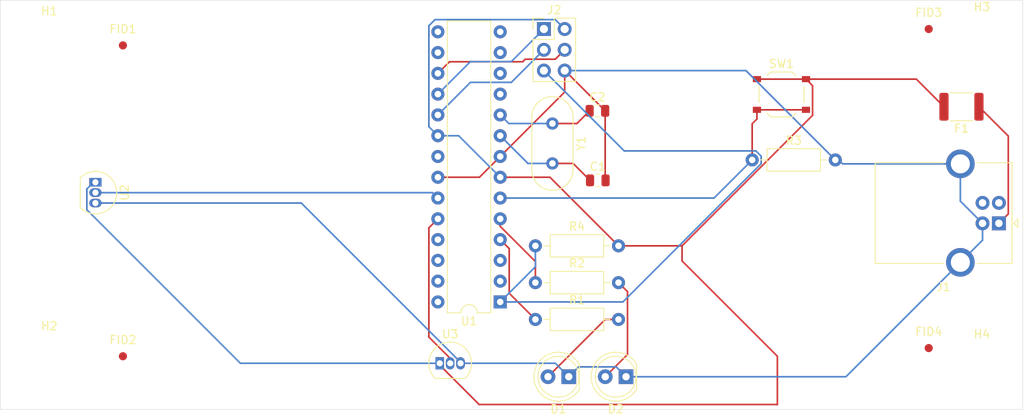
<source format=kicad_pcb>
(kicad_pcb (version 20240108) (generator "pcbnew") (generator_version "8.0")
  (layers (0 "F.Cu" signal) (31 "B.Cu" signal) (34 "B.Paste" user) (35 "F.Paste" user) (36 "B.SilkS" user "B.Silkscreen") (37 "F.SilkS" user "F.Silkscreen") (38 "B.Mask" user) (39 "F.Mask" user) (44 "Edge.Cuts" user))
  (net 0 "")
  (net 1 "Net-(U1-XTAL1{slash}PB6)")
  (net 2 "GND")
  (net 3 "Net-(U1-XTAL2{slash}PB7)")
  (net 4 "Net-(D1-A)")
  (net 5 "Net-(D2-A)")
  (net 6 "Net-(J1-VBUS)")
  (net 7 "VCC")
  (net 10 "Net-(J2-Pin_4)")
  (net 11 "Net-(J2-Pin_3)")
  (net 12 "Net-(J2-Pin_1)")
  (net 13 "/RESET")
  (net 14 "Net-(U1-PD2)")
  (net 15 "Net-(U1-PD3)")
  (net 16 "/PUSH")
  (net 19 "/TMP2")
  (net 26 "/TMP1")
  (footprint "Package_DIP:DIP-28_W7.62mm" (layer "F.Cu") (at 128.62 112.36 180)
    (property "Reference" "U1" (at 3.81 -2.33 360) (layer "F.SilkS"))
    (property "Value" "ATmega328P-P")
    (fp_line (start 6.46 34.35) (end 6.46 -1.33) (stroke (width 0.12)) (layer "F.SilkS"))
    (fp_line (start 6.46 -1.33) (end 4.81 -1.33) (stroke (width 0.12)) (layer "F.SilkS"))
    (fp_line (start 2.81 -1.33) (end 1.16 -1.33) (stroke (width 0.12)) (layer "F.SilkS"))
    (fp_line (start 1.16 34.35) (end 6.46 34.35) (stroke (width 0.12)) (layer "F.SilkS"))
    (fp_line (start 1.16 -1.33) (end 1.16 34.35) (stroke (width 0.12)) (layer "F.SilkS"))
    (fp_arc (start 4.81 -1.33) (mid 3.81 -0.33) (end 2.81 -1.33) (stroke (width 0.12)) (layer "F.SilkS"))
    (pad "1" thru_hole rect (at 0 0 180) (size 1.6 1.6) (drill 0.8) (layers "*.Cu" "*.Mask") (net 13 "/RESET"))
    (pad "2" thru_hole oval (at 0 2.54 180) (size 1.6 1.6) (drill 0.8) (layers "*.Cu" "*.Mask"))
    (pad "3" thru_hole oval (at 0 5.08 180) (size 1.6 1.6) (drill 0.8) (layers "*.Cu" "*.Mask"))
    (pad "4" thru_hole oval (at 0 7.62 180) (size 1.6 1.6) (drill 0.8) (layers "*.Cu" "*.Mask") (net 14 "Net-(U1-PD2)"))
    (pad "5" thru_hole oval (at 0 10.16 180) (size 1.6 1.6) (drill 0.8) (layers "*.Cu" "*.Mask") (net 15 "Net-(U1-PD3)"))
    (pad "6" thru_hole oval (at 0 12.7 180) (size 1.6 1.6) (drill 0.8) (layers "*.Cu" "*.Mask") (net 16 "/PUSH"))
    (pad "7" thru_hole oval (at 0 15.24 180) (size 1.6 1.6) (drill 0.8) (layers "*.Cu" "*.Mask") (net 7 "VCC"))
    (pad "8" thru_hole oval (at 0 17.78 180) (size 1.6 1.6) (drill 0.8) (layers "*.Cu" "*.Mask") (net 2 "GND"))
    (pad "9" thru_hole oval (at 0 20.32 180) (size 1.6 1.6) (drill 0.8) (layers "*.Cu" "*.Mask") (net 1 "Net-(U1-XTAL1{slash}PB6)"))
    (pad "10" thru_hole oval (at 0 22.86 180) (size 1.6 1.6) (drill 0.8) (layers "*.Cu" "*.Mask") (net 3 "Net-(U1-XTAL2{slash}PB7)"))
    (pad "11" thru_hole oval (at 0 25.4 180) (size 1.6 1.6) (drill 0.8) (layers "*.Cu" "*.Mask"))
    (pad "12" thru_hole oval (at 0 27.94 180) (size 1.6 1.6) (drill 0.8) (layers "*.Cu" "*.Mask"))
    (pad "13" thru_hole oval (at 0 30.48 180) (size 1.6 1.6) (drill 0.8) (layers "*.Cu" "*.Mask"))
    (pad "14" thru_hole oval (at 0 33.02 180) (size 1.6 1.6) (drill 0.8) (layers "*.Cu" "*.Mask"))
    (pad "15" thru_hole oval (at 7.62 33.02 180) (size 1.6 1.6) (drill 0.8) (layers "*.Cu" "*.Mask"))
    (pad "16" thru_hole oval (at 7.62 30.48 180) (size 1.6 1.6) (drill 0.8) (layers "*.Cu" "*.Mask"))
    (pad "17" thru_hole oval (at 7.62 27.94 180) (size 1.6 1.6) (drill 0.8) (layers "*.Cu" "*.Mask") (net 10 "Net-(J2-Pin_4)"))
    (pad "18" thru_hole oval (at 7.62 25.4 180) (size 1.6 1.6) (drill 0.8) (layers "*.Cu" "*.Mask") (net 12 "Net-(J2-Pin_1)"))
    (pad "19" thru_hole oval (at 7.62 22.86 180) (size 1.6 1.6) (drill 0.8) (layers "*.Cu" "*.Mask") (net 11 "Net-(J2-Pin_3)"))
    (pad "20" thru_hole oval (at 7.62 20.32 180) (size 1.6 1.6) (drill 0.8) (layers "*.Cu" "*.Mask") (net 7 "VCC"))
    (pad "21" thru_hole oval (at 7.62 17.78 180) (size 1.6 1.6) (drill 0.8) (layers "*.Cu" "*.Mask"))
    (pad "22" thru_hole oval (at 7.62 15.24 180) (size 1.6 1.6) (drill 0.8) (layers "*.Cu" "*.Mask") (net 2 "GND"))
    (pad "23" thru_hole oval (at 7.62 12.7 180) (size 1.6 1.6) (drill 0.8) (layers "*.Cu" "*.Mask") (net 26 "/TMP1"))
    (pad "24" thru_hole oval (at 7.62 10.16 180) (size 1.6 1.6) (drill 0.8) (layers "*.Cu" "*.Mask") (net 19 "/TMP2"))
    (pad "25" thru_hole oval (at 7.62 7.62 180) (size 1.6 1.6) (drill 0.8) (layers "*.Cu" "*.Mask"))
    (pad "26" thru_hole oval (at 7.62 5.08 180) (size 1.6 1.6) (drill 0.8) (layers "*.Cu" "*.Mask"))
    (pad "27" thru_hole oval (at 7.62 2.54 180) (size 1.6 1.6) (drill 0.8) (layers "*.Cu" "*.Mask"))
    (pad "28" thru_hole oval (at 7.62 0 180) (size 1.6 1.6) (drill 0.8) (layers "*.Cu" "*.Mask"))
  )
  (footprint "Package_TO_SOT_THT:TO-92_Inline" (layer "F.Cu") (at 79.14 97.73 -90)
    (property "Reference" "U2" (at 1.27 -3.56 90) (layer "F.SilkS"))
    (property "Value" "TSIC206-TO92")
    (fp_line (start -0.53 1.85) (end 3.07 1.85) (stroke (width 0.12)) (layer "F.SilkS"))
    (fp_arc (start -0.568478 1.838478) (mid -1.132087 -0.994977) (end 1.27 -2.6) (stroke (width 0.12)) (layer "F.SilkS"))
    (fp_arc (start 1.27 -2.6) (mid 3.672087 -0.994977) (end 3.108478 1.838478) (stroke (width 0.12)) (layer "F.SilkS"))
    (pad "1" thru_hole rect (at 0 0 270) (size 1.05 1.5) (drill 0.75) (layers "*.Cu" "*.Mask") (net 7 "VCC"))
    (pad "2" thru_hole oval (at 1.27 0 270) (size 1.05 1.5) (drill 0.75) (layers "*.Cu" "*.Mask") (net 26 "/TMP1"))
    (pad "3" thru_hole oval (at 2.54 0 270) (size 1.05 1.5) (drill 0.75) (layers "*.Cu" "*.Mask") (net 2 "GND"))
  )
  (footprint "Connector_USB:USB_B_OST_USB-B1HSxx_Horizontal" (layer "F.Cu") (at 189.5775 102.75 180)
    (property "Reference" "J1" (at 6.76 -7.77 360) (layer "F.SilkS"))
    (property "Value" "USB_B")
    (fp_line (start 15.12 7.41) (end 6.76 7.41) (stroke (width 0.12)) (layer "F.SilkS"))
    (fp_line (start 15.12 -4.91) (end 15.12 7.41) (stroke (width 0.12)) (layer "F.SilkS"))
    (fp_line (start 6.76 -4.91) (end 15.12 -4.91) (stroke (width 0.12)) (layer "F.SilkS"))
    (fp_line (start 2.66 -4.91) (end -1.6 -4.91) (stroke (width 0.12)) (layer "F.SilkS"))
    (fp_line (start -1.6 7.41) (end 2.66 7.41) (stroke (width 0.12)) (layer "F.SilkS"))
    (fp_line (start -1.6 -4.91) (end -1.6 7.41) (stroke (width 0.12)) (layer "F.SilkS"))
    (fp_line (start -1.82 0) (end -2.32 -0.5) (stroke (width 0.12)) (layer "F.SilkS"))
    (fp_line (start -2.32 0.5) (end -1.82 0) (stroke (width 0.12)) (layer "F.SilkS"))
    (fp_line (start -2.32 -0.5) (end -2.32 0.5) (stroke (width 0.12)) (layer "F.SilkS"))
    (pad "1" thru_hole rect (at 0 0 180) (size 1.7 1.7) (drill 0.92) (layers "*.Cu" "*.Mask") (net 6 "Net-(J1-VBUS)"))
    (pad "2" thru_hole circle (at 0 2.5 180) (size 1.7 1.7) (drill 0.92) (layers "*.Cu" "*.Mask"))
    (pad "3" thru_hole circle (at 2 2.5 180) (size 1.7 1.7) (drill 0.92) (layers "*.Cu" "*.Mask"))
    (pad "4" thru_hole circle (at 2 0 180) (size 1.7 1.7) (drill 0.92) (layers "*.Cu" "*.Mask") (net 2 "GND"))
    (pad "5" thru_hole circle (at 4.71 -4.77 180) (size 3.5 3.5) (drill 2.33) (layers "*.Cu" "*.Mask") (net 2 "GND"))
    (pad "5" thru_hole circle (at 4.71 7.27 180) (size 3.5 3.5) (drill 2.33) (layers "*.Cu" "*.Mask") (net 2 "GND"))
  )
  (footprint "MountingHole:MountingHole_3.2mm_M3" (layer "F.Cu") (at 73.5 81)
    (property "Reference" "H1" (at 0 -4.2 0) (layer "F.SilkS"))
    (property "Value" "MountingHole")
    (pad "" np_thru_hole circle (at 0 0) (size 3.2 3.2) (drill 3.2) (layers "*.Cu" "*.Mask"))
  )
  (footprint "Fiducial:Fiducial_1mm_Mask2mm" (layer "F.Cu") (at 82.5 119)
    (property "Reference" "FID2" (at 0 -2 0) (layer "F.SilkS"))
    (property "Value" "Fiducial")
    (pad "" smd circle (at 0 0) (size 1 1) (layers "F.Cu" "F.Mask") (clearance 0.5))
  )
  (footprint "Resistor_THT:R_Axial_DIN0207_L6.3mm_D2.5mm_P10.16mm_Horizontal" (layer "F.Cu") (at 132.92 105.5)
    (property "Reference" "R4" (at 5.08 -2.37 0) (layer "F.SilkS"))
    (property "Value" "10K")
    (fp_line (start 1.04 0) (end 1.81 0) (stroke (width 0.12)) (layer "F.SilkS"))
    (fp_line (start 1.81 -1.37) (end 1.81 1.37) (stroke (width 0.12)) (layer "F.SilkS"))
    (fp_line (start 1.81 1.37) (end 8.35 1.37) (stroke (width 0.12)) (layer "F.SilkS"))
    (fp_line (start 8.35 -1.37) (end 1.81 -1.37) (stroke (width 0.12)) (layer "F.SilkS"))
    (fp_line (start 8.35 1.37) (end 8.35 -1.37) (stroke (width 0.12)) (layer "F.SilkS"))
    (fp_line (start 9.12 0) (end 8.35 0) (stroke (width 0.12)) (layer "F.SilkS"))
    (pad "1" thru_hole circle (at 0 0) (size 1.6 1.6) (drill 0.8) (layers "*.Cu" "*.Mask") (net 13 "/RESET"))
    (pad "2" thru_hole oval (at 10.16 0) (size 1.6 1.6) (drill 0.8) (layers "*.Cu" "*.Mask") (net 7 "VCC"))
  )
  (footprint "Resistor_THT:R_Axial_DIN0207_L6.3mm_D2.5mm_P10.16mm_Horizontal" (layer "F.Cu") (at 132.92 114.5)
    (property "Reference" "R1" (at 5.08 -2.37 0) (layer "F.SilkS"))
    (property "Value" "220")
    (fp_line (start 1.04 0) (end 1.81 0) (stroke (width 0.12)) (layer "F.SilkS"))
    (fp_line (start 1.81 -1.37) (end 1.81 1.37) (stroke (width 0.12)) (layer "F.SilkS"))
    (fp_line (start 1.81 1.37) (end 8.35 1.37) (stroke (width 0.12)) (layer "F.SilkS"))
    (fp_line (start 8.35 -1.37) (end 1.81 -1.37) (stroke (width 0.12)) (layer "F.SilkS"))
    (fp_line (start 8.35 1.37) (end 8.35 -1.37) (stroke (width 0.12)) (layer "F.SilkS"))
    (fp_line (start 9.12 0) (end 8.35 0) (stroke (width 0.12)) (layer "F.SilkS"))
    (pad "1" thru_hole circle (at 0 0) (size 1.6 1.6) (drill 0.8) (layers "*.Cu" "*.Mask") (net 14 "Net-(U1-PD2)"))
    (pad "2" thru_hole oval (at 10.16 0) (size 1.6 1.6) (drill 0.8) (layers "*.Cu" "*.Mask") (net 4 "Net-(D1-A)"))
  )
  (footprint "Capacitor_SMD:C_0805_2012Metric" (layer "F.Cu") (at 140.5 89)
    (property "Reference" "C2" (at 0 -1.68 0) (layer "F.SilkS"))
    (property "Value" "C")
    (fp_line (start -0.261252 -0.735) (end 0.261252 -0.735) (stroke (width 0.12)) (layer "F.SilkS"))
    (fp_line (start -0.261252 0.735) (end 0.261252 0.735) (stroke (width 0.12)) (layer "F.SilkS"))
    (pad "1" smd roundrect (at -0.95 0) (size 1 1.45) (layers "F.Cu" "F.Paste" "F.Mask") (net 3 "Net-(U1-XTAL2{slash}PB7)"))
    (pad "2" smd roundrect (at 0.95 0) (size 1 1.45) (layers "F.Cu" "F.Paste" "F.Mask") (net 2 "GND"))
  )
  (footprint "Fiducial:Fiducial_1mm_Mask2mm" (layer "F.Cu") (at 181 79)
    (property "Reference" "FID3" (at 0 -2 0) (layer "F.SilkS"))
    (property "Value" "Fiducial")
    (pad "" smd circle (at 0 0) (size 1 1) (layers "F.Cu" "F.Mask") (clearance 0.5))
  )
  (footprint "Connector_PinHeader_2.54mm:PinHeader_2x03_P2.54mm_Vertical" (layer "F.Cu") (at 133.96 79)
    (property "Reference" "J2" (at 1.27 -2.33 360) (layer "F.SilkS"))
    (property "Value" "Conn_02x03_Odd_Even")
    (fp_line (start -1.33 -1.33) (end 0 -1.33) (stroke (width 0.12)) (layer "F.SilkS"))
    (fp_line (start -1.33 0) (end -1.33 -1.33) (stroke (width 0.12)) (layer "F.SilkS"))
    (fp_line (start -1.33 1.27) (end -1.33 6.41) (stroke (width 0.12)) (layer "F.SilkS"))
    (fp_line (start -1.33 1.27) (end 1.27 1.27) (stroke (width 0.12)) (layer "F.SilkS"))
    (fp_line (start -1.33 6.41) (end 3.87 6.41) (stroke (width 0.12)) (layer "F.SilkS"))
    (fp_line (start 1.27 -1.33) (end 3.87 -1.33) (stroke (width 0.12)) (layer "F.SilkS"))
    (fp_line (start 1.27 1.27) (end 1.27 -1.33) (stroke (width 0.12)) (layer "F.SilkS"))
    (fp_line (start 3.87 -1.33) (end 3.87 6.41) (stroke (width 0.12)) (layer "F.SilkS"))
    (pad "1" thru_hole rect (at 0 0) (size 1.7 1.7) (drill 1) (layers "*.Cu" "*.Mask") (net 12 "Net-(J2-Pin_1)"))
    (pad "2" thru_hole oval (at 2.54 0) (size 1.7 1.7) (drill 1) (layers "*.Cu" "*.Mask") (net 7 "VCC"))
    (pad "3" thru_hole oval (at 0 2.54) (size 1.7 1.7) (drill 1) (layers "*.Cu" "*.Mask") (net 11 "Net-(J2-Pin_3)"))
    (pad "4" thru_hole oval (at 2.54 2.54) (size 1.7 1.7) (drill 1) (layers "*.Cu" "*.Mask") (net 10 "Net-(J2-Pin_4)"))
    (pad "5" thru_hole oval (at 0 5.08) (size 1.7 1.7) (drill 1) (layers "*.Cu" "*.Mask") (net 13 "/RESET"))
    (pad "6" thru_hole oval (at 2.54 5.08) (size 1.7 1.7) (drill 1) (layers "*.Cu" "*.Mask") (net 2 "GND"))
  )
  (footprint "LED_THT:LED_D5.0mm_Clear" (layer "F.Cu") (at 137 121.5 180)
    (property "Reference" "D1" (at 1.27 -3.96 360) (layer "F.SilkS"))
    (property "Value" "green")
    (fp_line (start -1.29 -1.545) (end -1.29 1.545) (stroke (width 0.12)) (layer "F.SilkS"))
    (fp_arc (start 4.26 -0.000462) (mid 2.072002 2.880433) (end -1.29 1.54483) (stroke (width 0.12)) (layer "F.SilkS"))
    (fp_arc (start -1.29 -1.54483) (mid 2.072002 -2.880433) (end 4.26 0.000462) (stroke (width 0.12)) (layer "F.SilkS"))
    (fp_circle (center 1.27 0) (end 3.77 0) (stroke (width 0.12)) (fill none) (layer "F.SilkS"))
    (pad "1" thru_hole rect (at 0 0 180) (size 1.8 1.8) (drill 0.9) (layers "*.Cu" "*.Mask") (net 2 "GND"))
    (pad "2" thru_hole circle (at 2.54 0 180) (size 1.8 1.8) (drill 0.9) (layers "*.Cu" "*.Mask") (net 4 "Net-(D1-A)"))
  )
  (footprint "Resistor_THT:R_Axial_DIN0207_L6.3mm_D2.5mm_P10.16mm_Horizontal" (layer "F.Cu") (at 132.92 110)
    (property "Reference" "R2" (at 5.08 -2.37 0) (layer "F.SilkS"))
    (property "Value" "220")
    (fp_line (start 1.04 0) (end 1.81 0) (stroke (width 0.12)) (layer "F.SilkS"))
    (fp_line (start 1.81 -1.37) (end 1.81 1.37) (stroke (width 0.12)) (layer "F.SilkS"))
    (fp_line (start 1.81 1.37) (end 8.35 1.37) (stroke (width 0.12)) (layer "F.SilkS"))
    (fp_line (start 8.35 -1.37) (end 1.81 -1.37) (stroke (width 0.12)) (layer "F.SilkS"))
    (fp_line (start 8.35 1.37) (end 8.35 -1.37) (stroke (width 0.12)) (layer "F.SilkS"))
    (fp_line (start 9.12 0) (end 8.35 0) (stroke (width 0.12)) (layer "F.SilkS"))
    (pad "1" thru_hole circle (at 0 0) (size 1.6 1.6) (drill 0.8) (layers "*.Cu" "*.Mask") (net 15 "Net-(U1-PD3)"))
    (pad "2" thru_hole oval (at 10.16 0) (size 1.6 1.6) (drill 0.8) (layers "*.Cu" "*.Mask") (net 5 "Net-(D2-A)"))
  )
  (footprint "Button_Switch_SMD:SW_Push_1P1T_XKB_TS-1187A" (layer "F.Cu") (at 163 87)
    (property "Reference" "SW1" (at 0 -3.75 0) (layer "F.SilkS"))
    (property "Value" "SW_Push")
    (fp_line (start -2.75 -1) (end -2.75 1) (stroke (width 0.12)) (layer "F.SilkS"))
    (fp_line (start -1.75 -2.3) (end -1.3 -2.75) (stroke (width 0.12)) (layer "F.SilkS"))
    (fp_line (start -1.75 2.3) (end -1.3 2.75) (stroke (width 0.12)) (layer "F.SilkS"))
    (fp_line (start -1.3 -2.75) (end 1.3 -2.75) (stroke (width 0.12)) (layer "F.SilkS"))
    (fp_line (start -1.3 2.75) (end 1.3 2.75) (stroke (width 0.12)) (layer "F.SilkS"))
    (fp_line (start 1.75 -2.3) (end 1.3 -2.75) (stroke (width 0.12)) (layer "F.SilkS"))
    (fp_line (start 1.75 2.3) (end 1.3 2.75) (stroke (width 0.12)) (layer "F.SilkS"))
    (fp_line (start 2.75 -1) (end 2.75 1) (stroke (width 0.12)) (layer "F.SilkS"))
    (pad "1" smd rect (at -3 -1.875) (size 1 0.75) (layers "F.Cu" "F.Paste" "F.Mask") (net 7 "VCC"))
    (pad "1" smd rect (at 3 -1.875) (size 1 0.75) (layers "F.Cu" "F.Paste" "F.Mask") (net 7 "VCC"))
    (pad "2" smd rect (at -3 1.875) (size 1 0.75) (layers "F.Cu" "F.Paste" "F.Mask") (net 16 "/PUSH"))
    (pad "2" smd rect (at 3 1.875) (size 1 0.75) (layers "F.Cu" "F.Paste" "F.Mask") (net 16 "/PUSH"))
  )
  (footprint "Fiducial:Fiducial_1mm_Mask2mm" (layer "F.Cu") (at 181 118)
    (property "Reference" "FID4" (at 0 -2 0) (layer "F.SilkS"))
    (property "Value" "Fiducial")
    (pad "" smd circle (at 0 0) (size 1 1) (layers "F.Cu" "F.Mask") (clearance 0.5))
  )
  (footprint "Crystal:Crystal_HC49-4H_Vertical" (layer "F.Cu") (at 135 90.55 -90)
    (property "Reference" "Y1" (at 2.44 -3.525 90) (layer "F.SilkS"))
    (property "Value" "Crystal")
    (fp_line (start -0.76 2.525) (end 5.64 2.525) (stroke (width 0.12)) (layer "F.SilkS"))
    (fp_line (start -0.76 -2.525) (end 5.64 -2.525) (stroke (width 0.12)) (layer "F.SilkS"))
    (fp_arc (start -0.76 2.525) (mid -3.285 0) (end -0.76 -2.525) (stroke (width 0.12)) (layer "F.SilkS"))
    (fp_arc (start 5.64 -2.525) (mid 8.165 0) (end 5.64 2.525) (stroke (width 0.12)) (layer "F.SilkS"))
    (pad "1" thru_hole circle (at 0 0 270) (size 1.5 1.5) (drill 0.8) (layers "*.Cu" "*.Mask") (net 3 "Net-(U1-XTAL2{slash}PB7)"))
    (pad "2" thru_hole circle (at 4.88 0 270) (size 1.5 1.5) (drill 0.8) (layers "*.Cu" "*.Mask") (net 1 "Net-(U1-XTAL1{slash}PB6)"))
  )
  (footprint "Capacitor_SMD:C_0805_2012Metric" (layer "F.Cu") (at 140.55 97.5)
    (property "Reference" "C1" (at 0 -1.68 0) (layer "F.SilkS"))
    (property "Value" "C")
    (fp_line (start -0.261252 -0.735) (end 0.261252 -0.735) (stroke (width 0.12)) (layer "F.SilkS"))
    (fp_line (start -0.261252 0.735) (end 0.261252 0.735) (stroke (width 0.12)) (layer "F.SilkS"))
    (pad "1" smd roundrect (at -0.95 0) (size 1 1.45) (layers "F.Cu" "F.Paste" "F.Mask") (net 1 "Net-(U1-XTAL1{slash}PB6)"))
    (pad "2" smd roundrect (at 0.95 0) (size 1 1.45) (layers "F.Cu" "F.Paste" "F.Mask") (net 2 "GND"))
  )
  (footprint "Fuse:Fuse_1812_4532Metric" (layer "F.Cu") (at 185 88.5 180)
    (property "Reference" "F1" (at 0 -2.65 360) (layer "F.SilkS"))
    (property "Value" "Fuse")
    (fp_line (start -1.386252 1.71) (end 1.386252 1.71) (stroke (width 0.12)) (layer "F.SilkS"))
    (fp_line (start -1.386252 -1.71) (end 1.386252 -1.71) (stroke (width 0.12)) (layer "F.SilkS"))
    (pad "1" smd roundrect (at -2.1375 0 180) (size 1.125 3.4) (layers "F.Cu" "F.Paste" "F.Mask") (roundrect_rratio 0.222222) (net 6 "Net-(J1-VBUS)"))
    (pad "2" smd roundrect (at 2.1375 0 180) (size 1.125 3.4) (layers "F.Cu" "F.Paste" "F.Mask") (roundrect_rratio 0.222222) (net 7 "VCC"))
  )
  (footprint "Package_TO_SOT_THT:TO-92_Inline" (layer "F.Cu") (at 121.23 119.86)
    (property "Reference" "U3" (at 1.27 -3.56 0) (layer "F.SilkS"))
    (property "Value" "TSIC206-TO92")
    (fp_line (start -0.53 1.85) (end 3.07 1.85) (stroke (width 0.12)) (layer "F.SilkS"))
    (fp_arc (start -0.568478 1.838478) (mid -1.132087 -0.994977) (end 1.27 -2.6) (stroke (width 0.12)) (layer "F.SilkS"))
    (fp_arc (start 1.27 -2.6) (mid 3.672087 -0.994977) (end 3.108478 1.838478) (stroke (width 0.12)) (layer "F.SilkS"))
    (pad "1" thru_hole rect (at 0 0) (size 1.05 1.5) (drill 0.75) (layers "*.Cu" "*.Mask") (net 7 "VCC"))
    (pad "2" thru_hole oval (at 1.27 0) (size 1.05 1.5) (drill 0.75) (layers "*.Cu" "*.Mask") (net 19 "/TMP2"))
    (pad "3" thru_hole oval (at 2.54 0) (size 1.05 1.5) (drill 0.75) (layers "*.Cu" "*.Mask") (net 2 "GND"))
  )
  (footprint "MountingHole:MountingHole_3.2mm_M3" (layer "F.Cu") (at 73.5 119.5)
    (property "Reference" "H2" (at 0 -4.2 0) (layer "F.SilkS"))
    (property "Value" "MountingHole")
    (pad "" np_thru_hole circle (at 0 0) (size 3.2 3.2) (drill 3.2) (layers "*.Cu" "*.Mask"))
  )
  (footprint "Resistor_THT:R_Axial_DIN0207_L6.3mm_D2.5mm_P10.16mm_Horizontal" (layer "F.Cu") (at 159.42 95)
    (property "Reference" "R3" (at 5.08 -2.37 0) (layer "F.SilkS"))
    (property "Value" "220")
    (fp_line (start 1.04 0) (end 1.81 0) (stroke (width 0.12)) (layer "F.SilkS"))
    (fp_line (start 1.81 -1.37) (end 1.81 1.37) (stroke (width 0.12)) (layer "F.SilkS"))
    (fp_line (start 1.81 1.37) (end 8.35 1.37) (stroke (width 0.12)) (layer "F.SilkS"))
    (fp_line (start 8.35 -1.37) (end 1.81 -1.37) (stroke (width 0.12)) (layer "F.SilkS"))
    (fp_line (start 8.35 1.37) (end 8.35 -1.37) (stroke (width 0.12)) (layer "F.SilkS"))
    (fp_line (start 9.12 0) (end 8.35 0) (stroke (width 0.12)) (layer "F.SilkS"))
    (pad "1" thru_hole circle (at 0 0) (size 1.6 1.6) (drill 0.8) (layers "*.Cu" "*.Mask") (net 16 "/PUSH"))
    (pad "2" thru_hole oval (at 10.16 0) (size 1.6 1.6) (drill 0.8) (layers "*.Cu" "*.Mask") (net 2 "GND"))
  )
  (footprint "MountingHole:MountingHole_3.2mm_M3" (layer "F.Cu") (at 187.5 80.5)
    (property "Reference" "H3" (at 0 -4.2 0) (layer "F.SilkS"))
    (property "Value" "MountingHole")
    (pad "" np_thru_hole circle (at 0 0) (size 3.2 3.2) (drill 3.2) (layers "*.Cu" "*.Mask"))
  )
  (footprint "Fiducial:Fiducial_1mm_Mask2mm" (layer "F.Cu") (at 82.5 81)
    (property "Reference" "FID1" (at 0 -2 0) (layer "F.SilkS"))
    (property "Value" "Fiducial")
    (pad "" smd circle (at 0 0) (size 1 1) (layers "F.Cu" "F.Mask") (clearance 0.5))
  )
  (footprint "MountingHole:MountingHole_3.2mm_M3" (layer "F.Cu") (at 187.5 120.5)
    (property "Reference" "H4" (at 0 -4.2 0) (layer "F.SilkS"))
    (property "Value" "MountingHole")
    (pad "" np_thru_hole circle (at 0 0) (size 3.2 3.2) (drill 3.2) (layers "*.Cu" "*.Mask"))
  )
  (footprint "LED_THT:LED_D5.0mm_Clear" (layer "F.Cu") (at 144 121.5 180)
    (property "Reference" "D2" (at 1.27 -3.96 360) (layer "F.SilkS"))
    (property "Value" "red")
    (fp_line (start -1.29 -1.545) (end -1.29 1.545) (stroke (width 0.12)) (layer "F.SilkS"))
    (fp_arc (start 4.26 -0.000462) (mid 2.072002 2.880433) (end -1.29 1.54483) (stroke (width 0.12)) (layer "F.SilkS"))
    (fp_arc (start -1.29 -1.54483) (mid 2.072002 -2.880433) (end 4.26 0.000462) (stroke (width 0.12)) (layer "F.SilkS"))
    (fp_circle (center 1.27 0) (end 3.77 0) (stroke (width 0.12)) (fill none) (layer "F.SilkS"))
    (pad "1" thru_hole rect (at 0 0 180) (size 1.8 1.8) (drill 0.9) (layers "*.Cu" "*.Mask") (net 2 "GND"))
    (pad "2" thru_hole circle (at 2.54 0 180) (size 1.8 1.8) (drill 0.9) (layers "*.Cu" "*.Mask") (net 5 "Net-(D2-A)"))
  )
  (gr_rect (start 67.5 75.5) (end 192.5 125.5) (stroke (width 0.05)) (fill none) (layer "Edge.Cuts"))
  (segment (start 137.53 95.43) (end 139.6 97.5) (width 0.2) (layer "F.Cu") (net 1))
  (segment (start 135 95.43) (end 137.53 95.43) (width 0.2) (layer "F.Cu") (net 1))
  (segment (start 135 95.43) (end 132.01 95.43) (width 0.2) (layer "B.Cu") (net 1))
  (segment (start 132.01 95.43) (end 128.62 92.04) (width 0.2) (layer "B.Cu") (net 1))
  (segment (start 136.53 84.08) (end 136.5 84.08) (width 0.2) (layer "F.Cu") (net 2))
  (segment (start 141.45 89) (end 141.45 97.45) (width 0.2) (layer "F.Cu") (net 2))
  (segment (start 141.45 89) (end 136.53 84.08) (width 0.2) (layer "F.Cu") (net 2))
  (segment (start 136.5 84.08) (end 136.5 86.7) (width 0.2) (layer "F.Cu") (net 2))
  (segment (start 126.08 97.12) (end 128.62 94.58) (width 0.2) (layer "F.Cu") (net 2))
  (segment (start 121 97.12) (end 126.08 97.12) (width 0.2) (layer "F.Cu") (net 2))
  (segment (start 141.45 97.45) (end 141.5 97.5) (width 0.2) (layer "F.Cu") (net 2))
  (segment (start 136.5 86.7) (end 128.62 94.58) (width 0.2) (layer "F.Cu") (net 2))
  (segment (start 187.5775 104.81) (end 187.5775 102.75) (width 0.2) (layer "B.Cu") (net 2))
  (segment (start 187.5775 102.75) (end 184.8675 100.04) (width 0.2) (layer "B.Cu") (net 2))
  (segment (start 144 121.5) (end 170.8875 121.5) (width 0.2) (layer "B.Cu") (net 2))
  (segment (start 170.48 95.48) (end 184.8675 95.48) (width 0.2) (layer "B.Cu") (net 2))
  (segment (start 184.8675 107.52) (end 187.5775 104.81) (width 0.2) (layer "B.Cu") (net 2))
  (segment (start 104.301726 100.27) (end 123.77 119.738274) (width 0.2) (layer "B.Cu") (net 2))
  (segment (start 138.2 120.3) (end 142.8 120.3) (width 0.2) (layer "B.Cu") (net 2))
  (segment (start 137 121.5) (end 138.2 120.3) (width 0.2) (layer "B.Cu") (net 2))
  (segment (start 169.58 95) (end 170 95) (width 0.2) (layer "B.Cu") (net 2))
  (segment (start 123.77 119.86) (end 135.36 119.86) (width 0.2) (layer "B.Cu") (net 2))
  (segment (start 142.8 120.3) (end 144 121.5) (width 0.2) (layer "B.Cu") (net 2))
  (segment (start 79.14 100.27) (end 104.301726 100.27) (width 0.2) (layer "B.Cu") (net 2))
  (segment (start 136.5 84.08) (end 158.66 84.08) (width 0.2) (layer "B.Cu") (net 2))
  (segment (start 170 95) (end 170.48 95.48) (width 0.2) (layer "B.Cu") (net 2))
  (segment (start 170.8875 121.5) (end 184.8675 107.52) (width 0.2) (layer "B.Cu") (net 2))
  (segment (start 135.36 119.86) (end 137 121.5) (width 0.2) (layer "B.Cu") (net 2))
  (segment (start 123.77 119.738274) (end 123.77 119.86) (width 0.2) (layer "B.Cu") (net 2))
  (segment (start 158.66 84.08) (end 169.58 95) (width 0.2) (layer "B.Cu") (net 2))
  (segment (start 184.8675 100.04) (end 184.8675 95.48) (width 0.2) (layer "B.Cu") (net 2))
  (segment (start 138 90.55) (end 135 90.55) (width 0.2) (layer "F.Cu") (net 3))
  (segment (start 139.55 89) (end 138 90.55) (width 0.2) (layer "F.Cu") (net 3))
  (segment (start 135 90.55) (end 129.67 90.55) (width 0.2) (layer "B.Cu") (net 3))
  (segment (start 129.67 90.55) (end 128.62 89.5) (width 0.2) (layer "B.Cu") (net 3))
  (segment (start 134.46 121.5) (end 141.46 114.5) (width 0.2) (layer "F.Cu") (net 4))
  (segment (start 141.46 114.5) (end 143.08 114.5) (width 0.2) (layer "F.Cu") (net 4))
  (segment (start 141.46 121.5) (end 144.18 118.78) (width 0.2) (layer "F.Cu") (net 5))
  (segment (start 144.18 118.78) (end 144.18 111.1) (width 0.2) (layer "F.Cu") (net 5))
  (segment (start 144.18 111.1) (end 143.08 110) (width 0.2) (layer "F.Cu") (net 5))
  (segment (start 190.7275 101.6) (end 190.7275 92.09) (width 0.2) (layer "F.Cu") (net 6))
  (segment (start 190.7275 92.09) (end 187.1375 88.5) (width 0.2) (layer "F.Cu") (net 6))
  (segment (start 189.5775 102.75) (end 190.7275 101.6) (width 0.2) (layer "F.Cu") (net 6))
  (segment (start 128.62 97.12) (end 134.7 97.12) (width 0.2) (layer "F.Cu") (net 7))
  (segment (start 143.08 105.5) (end 150.85 105.5) (width 0.2) (layer "F.Cu") (net 7))
  (segment (start 150.85 105.5) (end 166.8 89.55) (width 0.2) (layer "F.Cu") (net 7))
  (segment (start 121.23 119.86) (end 121.23 120.085) (width 0.2) (layer "F.Cu") (net 7))
  (segment (start 166.8 85.925) (end 166 85.125) (width 0.2) (layer "F.Cu") (net 7))
  (segment (start 134.7 97.12) (end 143.08 105.5) (width 0.2) (layer "F.Cu") (net 7))
  (segment (start 162.5 119) (end 150.85 107.35) (width 0.2) (layer "F.Cu") (net 7))
  (segment (start 162.5 124.9) (end 162.5 119) (width 0.2) (layer "F.Cu") (net 7))
  (segment (start 179.4875 85.125) (end 182.8625 88.5) (width 0.2) (layer "F.Cu") (net 7))
  (segment (start 166.8 89.55) (end 166.8 85.925) (width 0.2) (layer "F.Cu") (net 7))
  (segment (start 150.85 107.35) (end 150.85 105.5) (width 0.2) (layer "F.Cu") (net 7))
  (segment (start 126.045 124.9) (end 162.5 124.9) (width 0.2) (layer "F.Cu") (net 7))
  (segment (start 121.23 120.085) (end 126.045 124.9) (width 0.2) (layer "F.Cu") (net 7))
  (segment (start 166 85.125) (end 179.4875 85.125) (width 0.2) (layer "F.Cu") (net 7))
  (segment (start 160 85.125) (end 166 85.125) (width 0.2) (layer "F.Cu") (net 7))
  (segment (start 121 92.04) (end 123.54 92.04) (width 0.2) (layer "B.Cu") (net 7))
  (segment (start 136.5 79) (end 135.35 77.85) (width 0.2) (layer "B.Cu") (net 7))
  (segment (start 119.9 90.94) (end 121 92.04) (width 0.2) (layer "B.Cu") (net 7))
  (segment (start 78.09 101.09) (end 96.86 119.86) (width 0.2) (layer "B.Cu") (net 7))
  (segment (start 78.09 98.555) (end 78.09 101.09) (width 0.2) (layer "B.Cu") (net 7))
  (segment (start 119.9 78.6) (end 119.9 90.94) (width 0.2) (layer "B.Cu") (net 7))
  (segment (start 78.915 97.73) (end 78.09 98.555) (width 0.2) (layer "B.Cu") (net 7))
  (segment (start 120.65 77.85) (end 119.9 78.6) (width 0.2) (layer "B.Cu") (net 7))
  (segment (start 135.35 77.85) (end 120.65 77.85) (width 0.2) (layer "B.Cu") (net 7))
  (segment (start 96.86 119.86) (end 121.23 119.86) (width 0.2) (layer "B.Cu") (net 7))
  (segment (start 123.54 92.04) (end 128.62 97.12) (width 0.2) (layer "B.Cu") (net 7))
  (segment (start 79.14 97.73) (end 78.915 97.73) (width 0.2) (layer "B.Cu") (net 7))
  (segment (start 131.38 83) (end 122.42 83) (width 0.2) (layer "F.Cu") (net 10))
  (segment (start 136.5 81.54) (end 135.35 82.69) (width 0.2) (layer "F.Cu") (net 10))
  (segment (start 122.42 83) (end 121 84.42) (width 0.2) (layer "F.Cu") (net 10))
  (segment (start 131.69 82.69) (end 131.38 83) (width 0.2) (layer "F.Cu") (net 10))
  (segment (start 135.35 82.69) (end 131.69 82.69) (width 0.2) (layer "F.Cu") (net 10))
  (segment (start 129.98 85.52) (end 124.98 85.52) (width 0.2) (layer "B.Cu") (net 11))
  (segment (start 124.98 85.52) (end 121 89.5) (width 0.2) (layer "B.Cu") (net 11))
  (segment (start 133.96 81.54) (end 129.98 85.52) (width 0.2) (layer "B.Cu") (net 11))
  (segment (start 133.96 79) (end 129.98 82.98) (width 0.2) (layer "B.Cu") (net 12))
  (segment (start 124.98 82.98) (end 121 86.96) (width 0.2) (layer "B.Cu") (net 12))
  (segment (start 129.98 82.98) (end 124.98 82.98) (width 0.2) (layer "B.Cu") (net 12))
  (segment (start 132.92 105.5) (end 132.92 108.06) (width 0.2) (layer "B.Cu") (net 13))
  (segment (start 160.52 94.544365) (end 160.52 95.455635) (width 0.2) (layer "B.Cu") (net 13))
  (segment (start 159.875635 93.9) (end 160.52 94.544365) (width 0.2) (layer "B.Cu") (net 13))
  (segment (start 160.52 95.455635) (end 143.615635 112.36) (width 0.2) (layer "B.Cu") (net 13))
  (segment (start 132.92 108.06) (end 128.62 112.36) (width 0.2) (layer "B.Cu") (net 13))
  (segment (start 143.78 93.9) (end 159.875635 93.9) (width 0.2) (layer "B.Cu") (net 13))
  (segment (start 133.96 84.08) (end 143.78 93.9) (width 0.2) (layer "B.Cu") (net 13))
  (segment (start 143.615635 112.36) (end 128.62 112.36) (width 0.2) (layer "B.Cu") (net 13))
  (segment (start 129.72 105.84) (end 128.62 104.74) (width 0.2) (layer "F.Cu") (net 14))
  (segment (start 132.92 114.5) (end 129.72 111.3) (width 0.2) (layer "F.Cu") (net 14))
  (segment (start 129.72 111.3) (end 129.72 105.84) (width 0.2) (layer "F.Cu") (net 14))
  (segment (start 128.62 103.12) (end 128.62 102.2) (width 0.2) (layer "F.Cu") (net 15))
  (segment (start 132.92 110) (end 132.92 107.42) (width 0.2) (layer "F.Cu") (net 15))
  (segment (start 132.92 107.42) (end 128.62 103.12) (width 0.2) (layer "F.Cu") (net 15))
  (segment (start 160 88.875) (end 166 88.875) (width 0.2) (layer "F.Cu") (net 16))
  (segment (start 160 90) (end 159.42 90.58) (width 0.2) (layer "F.Cu") (net 16))
  (segment (start 159.42 90.58) (end 159.42 95) (width 0.2) (layer "F.Cu") (net 16))
  (segment (start 160 88.875) (end 160 90) (width 0.2) (layer "F.Cu") (net 16))
  (segment (start 154.76 99.66) (end 128.62 99.66) (width 0.2) (layer "B.Cu") (net 16))
  (segment (start 159.42 95) (end 154.76 99.66) (width 0.2) (layer "B.Cu") (net 16))
  (segment (start 122.5 119.86) (end 122.5 119.255) (width 0.2) (layer "F.Cu") (net 19))
  (segment (start 122.5 119.255) (end 119.9 116.655) (width 0.2) (layer "F.Cu") (net 19))
  (segment (start 119.9 103.3) (end 121 102.2) (width 0.2) (layer "F.Cu") (net 19))
  (segment (start 119.9 116.655) (end 119.9 103.3) (width 0.2) (layer "F.Cu") (net 19))
  (segment (start 79.14 99) (end 120.34 99) (width 0.2) (layer "B.Cu") (net 26))
  (segment (start 120.34 99) (end 121 99.66) (width 0.2) (layer "B.Cu") (net 26))
)
</source>
